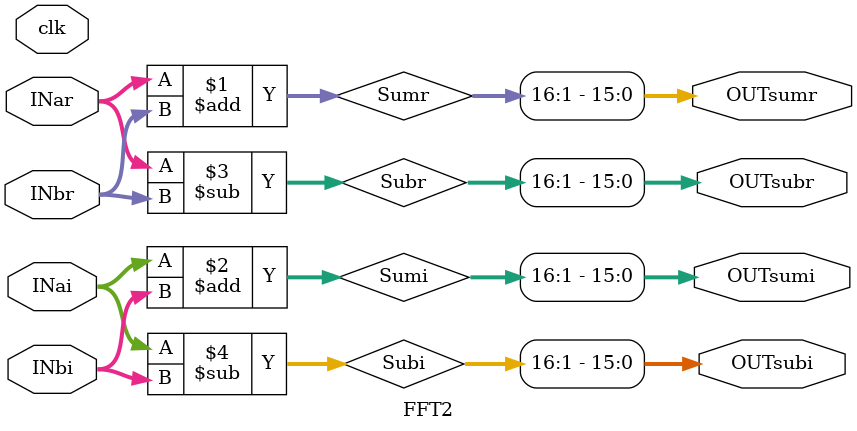
<source format=v>
`timescale 1ns / 1ps


module FFT2(
input clk,
      
input signed [15:0] INar,
input signed [15:0] INai,
input signed [15:0] INbr,
input signed [15:0] INbi,
              
output signed [15:0] OUTsumr,
output signed [15:0] OUTsumi,
output signed [15:0] OUTsubr,
output signed [15:0] OUTsubi
    );
wire [16:0] Sumr = INar + INbr;
wire [16:0] Sumi = INai + INbi;
wire [16:0] Subr = INar - INbr;
wire [16:0] Subi = INai - INbi;
    
assign OUTsumr = Sumr[16:1];
assign OUTsumi = Sumi[16:1];
assign OUTsubr = Subr[16:1];
assign OUTsubi = Subi[16:1];

endmodule

</source>
